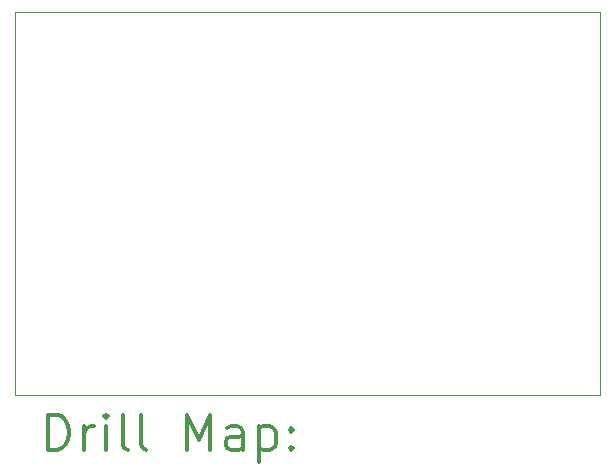
<source format=gbr>
%FSLAX45Y45*%
G04 Gerber Fmt 4.5, Leading zero omitted, Abs format (unit mm)*
G04 Created by KiCad (PCBNEW (5.1.10-1-10_14)) date 2021-07-23 17:52:19*
%MOMM*%
%LPD*%
G01*
G04 APERTURE LIST*
%TA.AperFunction,Profile*%
%ADD10C,0.100000*%
%TD*%
%ADD11C,0.200000*%
%ADD12C,0.300000*%
G04 APERTURE END LIST*
D10*
X16129000Y-9398000D02*
X16129000Y-12636500D01*
X11176000Y-9398000D02*
X16129000Y-9398000D01*
X11176000Y-12636500D02*
X11176000Y-9398000D01*
X16129000Y-12636500D02*
X11176000Y-12636500D01*
D11*
D12*
X11457428Y-13107214D02*
X11457428Y-12807214D01*
X11528857Y-12807214D01*
X11571714Y-12821500D01*
X11600286Y-12850071D01*
X11614571Y-12878643D01*
X11628857Y-12935786D01*
X11628857Y-12978643D01*
X11614571Y-13035786D01*
X11600286Y-13064357D01*
X11571714Y-13092929D01*
X11528857Y-13107214D01*
X11457428Y-13107214D01*
X11757428Y-13107214D02*
X11757428Y-12907214D01*
X11757428Y-12964357D02*
X11771714Y-12935786D01*
X11786000Y-12921500D01*
X11814571Y-12907214D01*
X11843143Y-12907214D01*
X11943143Y-13107214D02*
X11943143Y-12907214D01*
X11943143Y-12807214D02*
X11928857Y-12821500D01*
X11943143Y-12835786D01*
X11957428Y-12821500D01*
X11943143Y-12807214D01*
X11943143Y-12835786D01*
X12128857Y-13107214D02*
X12100286Y-13092929D01*
X12086000Y-13064357D01*
X12086000Y-12807214D01*
X12286000Y-13107214D02*
X12257428Y-13092929D01*
X12243143Y-13064357D01*
X12243143Y-12807214D01*
X12628857Y-13107214D02*
X12628857Y-12807214D01*
X12728857Y-13021500D01*
X12828857Y-12807214D01*
X12828857Y-13107214D01*
X13100286Y-13107214D02*
X13100286Y-12950071D01*
X13086000Y-12921500D01*
X13057428Y-12907214D01*
X13000286Y-12907214D01*
X12971714Y-12921500D01*
X13100286Y-13092929D02*
X13071714Y-13107214D01*
X13000286Y-13107214D01*
X12971714Y-13092929D01*
X12957428Y-13064357D01*
X12957428Y-13035786D01*
X12971714Y-13007214D01*
X13000286Y-12992929D01*
X13071714Y-12992929D01*
X13100286Y-12978643D01*
X13243143Y-12907214D02*
X13243143Y-13207214D01*
X13243143Y-12921500D02*
X13271714Y-12907214D01*
X13328857Y-12907214D01*
X13357428Y-12921500D01*
X13371714Y-12935786D01*
X13386000Y-12964357D01*
X13386000Y-13050071D01*
X13371714Y-13078643D01*
X13357428Y-13092929D01*
X13328857Y-13107214D01*
X13271714Y-13107214D01*
X13243143Y-13092929D01*
X13514571Y-13078643D02*
X13528857Y-13092929D01*
X13514571Y-13107214D01*
X13500286Y-13092929D01*
X13514571Y-13078643D01*
X13514571Y-13107214D01*
X13514571Y-12921500D02*
X13528857Y-12935786D01*
X13514571Y-12950071D01*
X13500286Y-12935786D01*
X13514571Y-12921500D01*
X13514571Y-12950071D01*
M02*

</source>
